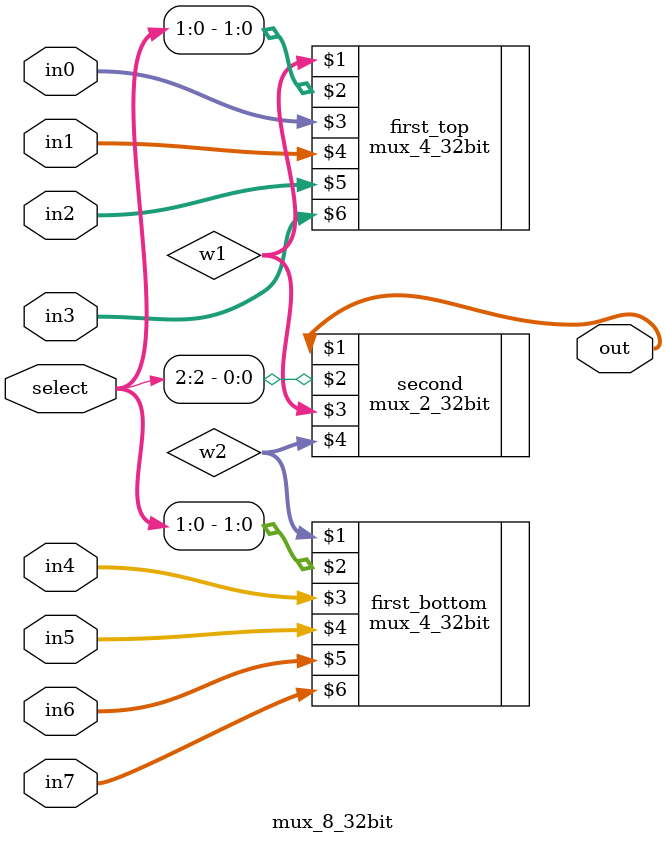
<source format=v>
module mux_8_32bit(out, select, in0, in1, in2, in3, in4, in5, in6, in7);
    input [2:0] select;
    input [31:0] in0, in1, in2, in3, in4, in5, in6, in7;
    output [31:0] out;
    wire [31:0] w1, w2;
    mux_4_32bit first_top(w1, select[1:0], in0, in1, in2, in3);
    mux_4_32bit first_bottom(w2, select[1:0], in4, in5, in6, in7);
    mux_2_32bit second(out, select[2], w1, w2);
endmodule
</source>
